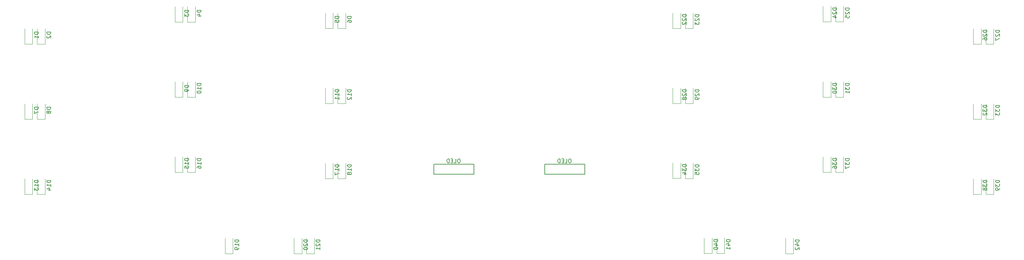
<source format=gbr>
G04 #@! TF.GenerationSoftware,KiCad,Pcbnew,(5.1.4)-1*
G04 #@! TF.CreationDate,2023-05-20T18:36:56-04:00*
G04 #@! TF.ProjectId,Corne Integrated Microchip,436f726e-6520-4496-9e74-656772617465,rev?*
G04 #@! TF.SameCoordinates,Original*
G04 #@! TF.FileFunction,Legend,Bot*
G04 #@! TF.FilePolarity,Positive*
%FSLAX46Y46*%
G04 Gerber Fmt 4.6, Leading zero omitted, Abs format (unit mm)*
G04 Created by KiCad (PCBNEW (5.1.4)-1) date 2023-05-20 18:36:56*
%MOMM*%
%LPD*%
G04 APERTURE LIST*
%ADD10C,0.150000*%
%ADD11C,0.120000*%
G04 APERTURE END LIST*
D10*
X156241750Y-93345000D02*
X156241750Y-90805000D01*
X166401750Y-93345000D02*
X156241750Y-93345000D01*
X166401750Y-90805000D02*
X166401750Y-93345000D01*
X156241750Y-90805000D02*
X166401750Y-90805000D01*
X128111250Y-93345000D02*
X128111250Y-90805000D01*
X138271250Y-93345000D02*
X128111250Y-93345000D01*
X138271250Y-90805000D02*
X138271250Y-93345000D01*
X128111250Y-90805000D02*
X138271250Y-90805000D01*
D11*
X219281250Y-113437500D02*
X219281250Y-109537500D01*
X217281250Y-113437500D02*
X217281250Y-109537500D01*
X219281250Y-113437500D02*
X217281250Y-113437500D01*
X201818750Y-113375000D02*
X201818750Y-109475000D01*
X199818750Y-113375000D02*
X199818750Y-109475000D01*
X201818750Y-113375000D02*
X199818750Y-113375000D01*
X198643750Y-113375000D02*
X198643750Y-109475000D01*
X196643750Y-113375000D02*
X196643750Y-109475000D01*
X198643750Y-113375000D02*
X196643750Y-113375000D01*
X270081250Y-98356250D02*
X270081250Y-94456250D01*
X268081250Y-98356250D02*
X268081250Y-94456250D01*
X270081250Y-98356250D02*
X268081250Y-98356250D01*
X266906250Y-98356250D02*
X266906250Y-94456250D01*
X264906250Y-98356250D02*
X264906250Y-94456250D01*
X266906250Y-98356250D02*
X264906250Y-98356250D01*
X231981250Y-92800000D02*
X231981250Y-88900000D01*
X229981250Y-92800000D02*
X229981250Y-88900000D01*
X231981250Y-92800000D02*
X229981250Y-92800000D01*
X228806250Y-92800000D02*
X228806250Y-88900000D01*
X226806250Y-92800000D02*
X226806250Y-88900000D01*
X228806250Y-92800000D02*
X226806250Y-92800000D01*
X193881250Y-94387500D02*
X193881250Y-90487500D01*
X191881250Y-94387500D02*
X191881250Y-90487500D01*
X193881250Y-94387500D02*
X191881250Y-94387500D01*
X190706250Y-94325000D02*
X190706250Y-90425000D01*
X188706250Y-94325000D02*
X188706250Y-90425000D01*
X190706250Y-94325000D02*
X188706250Y-94325000D01*
X270081250Y-79306250D02*
X270081250Y-75406250D01*
X268081250Y-79306250D02*
X268081250Y-75406250D01*
X270081250Y-79306250D02*
X268081250Y-79306250D01*
X266906250Y-79306250D02*
X266906250Y-75406250D01*
X264906250Y-79306250D02*
X264906250Y-75406250D01*
X266906250Y-79306250D02*
X264906250Y-79306250D01*
X231981250Y-73750000D02*
X231981250Y-69850000D01*
X229981250Y-73750000D02*
X229981250Y-69850000D01*
X231981250Y-73750000D02*
X229981250Y-73750000D01*
X228806250Y-73750000D02*
X228806250Y-69850000D01*
X226806250Y-73750000D02*
X226806250Y-69850000D01*
X228806250Y-73750000D02*
X226806250Y-73750000D01*
X193881250Y-75337500D02*
X193881250Y-71437500D01*
X191881250Y-75337500D02*
X191881250Y-71437500D01*
X193881250Y-75337500D02*
X191881250Y-75337500D01*
X190706250Y-75337500D02*
X190706250Y-71437500D01*
X188706250Y-75337500D02*
X188706250Y-71437500D01*
X190706250Y-75337500D02*
X188706250Y-75337500D01*
X270081250Y-60256250D02*
X270081250Y-56356250D01*
X268081250Y-60256250D02*
X268081250Y-56356250D01*
X270081250Y-60256250D02*
X268081250Y-60256250D01*
X266906250Y-60256250D02*
X266906250Y-56356250D01*
X264906250Y-60256250D02*
X264906250Y-56356250D01*
X266906250Y-60256250D02*
X264906250Y-60256250D01*
X231981250Y-54637500D02*
X231981250Y-50737500D01*
X229981250Y-54637500D02*
X229981250Y-50737500D01*
X231981250Y-54637500D02*
X229981250Y-54637500D01*
X228806250Y-54637500D02*
X228806250Y-50737500D01*
X226806250Y-54637500D02*
X226806250Y-50737500D01*
X228806250Y-54637500D02*
X226806250Y-54637500D01*
X193881250Y-56287500D02*
X193881250Y-52387500D01*
X191881250Y-56287500D02*
X191881250Y-52387500D01*
X193881250Y-56287500D02*
X191881250Y-56287500D01*
X190706250Y-56287500D02*
X190706250Y-52387500D01*
X188706250Y-56287500D02*
X188706250Y-52387500D01*
X190706250Y-56287500D02*
X188706250Y-56287500D01*
X97837500Y-113437500D02*
X97837500Y-109537500D01*
X95837500Y-113437500D02*
X95837500Y-109537500D01*
X97837500Y-113437500D02*
X95837500Y-113437500D01*
X94662500Y-113437500D02*
X94662500Y-109537500D01*
X92662500Y-113437500D02*
X92662500Y-109537500D01*
X94662500Y-113437500D02*
X92662500Y-113437500D01*
X77200000Y-113437500D02*
X77200000Y-109537500D01*
X75200000Y-113437500D02*
X75200000Y-109537500D01*
X77200000Y-113437500D02*
X75200000Y-113437500D01*
X105775000Y-94387500D02*
X105775000Y-90487500D01*
X103775000Y-94387500D02*
X103775000Y-90487500D01*
X105775000Y-94387500D02*
X103775000Y-94387500D01*
X102600000Y-94387500D02*
X102600000Y-90487500D01*
X100600000Y-94387500D02*
X100600000Y-90487500D01*
X102600000Y-94387500D02*
X100600000Y-94387500D01*
X67675000Y-92800000D02*
X67675000Y-88900000D01*
X65675000Y-92800000D02*
X65675000Y-88900000D01*
X67675000Y-92800000D02*
X65675000Y-92800000D01*
X64500000Y-92800000D02*
X64500000Y-88900000D01*
X62500000Y-92800000D02*
X62500000Y-88900000D01*
X64500000Y-92800000D02*
X62500000Y-92800000D01*
X29575000Y-98356250D02*
X29575000Y-94456250D01*
X27575000Y-98356250D02*
X27575000Y-94456250D01*
X29575000Y-98356250D02*
X27575000Y-98356250D01*
X26400000Y-98356250D02*
X26400000Y-94456250D01*
X24400000Y-98356250D02*
X24400000Y-94456250D01*
X26400000Y-98356250D02*
X24400000Y-98356250D01*
X105775000Y-75337500D02*
X105775000Y-71437500D01*
X103775000Y-75337500D02*
X103775000Y-71437500D01*
X105775000Y-75337500D02*
X103775000Y-75337500D01*
X102600000Y-75337500D02*
X102600000Y-71437500D01*
X100600000Y-75337500D02*
X100600000Y-71437500D01*
X102600000Y-75337500D02*
X100600000Y-75337500D01*
X67675000Y-73750000D02*
X67675000Y-69850000D01*
X65675000Y-73750000D02*
X65675000Y-69850000D01*
X67675000Y-73750000D02*
X65675000Y-73750000D01*
X64500000Y-73750000D02*
X64500000Y-69850000D01*
X62500000Y-73750000D02*
X62500000Y-69850000D01*
X64500000Y-73750000D02*
X62500000Y-73750000D01*
X29575000Y-79306250D02*
X29575000Y-75406250D01*
X27575000Y-79306250D02*
X27575000Y-75406250D01*
X29575000Y-79306250D02*
X27575000Y-79306250D01*
X26400000Y-79306250D02*
X26400000Y-75406250D01*
X24400000Y-79306250D02*
X24400000Y-75406250D01*
X26400000Y-79306250D02*
X24400000Y-79306250D01*
X105775000Y-56287500D02*
X105775000Y-52387500D01*
X103775000Y-56287500D02*
X103775000Y-52387500D01*
X105775000Y-56287500D02*
X103775000Y-56287500D01*
X102600000Y-56287500D02*
X102600000Y-52387500D01*
X100600000Y-56287500D02*
X100600000Y-52387500D01*
X102600000Y-56287500D02*
X100600000Y-56287500D01*
X67675000Y-54700000D02*
X67675000Y-50800000D01*
X65675000Y-54700000D02*
X65675000Y-50800000D01*
X67675000Y-54700000D02*
X65675000Y-54700000D01*
X64500000Y-54700000D02*
X64500000Y-50800000D01*
X62500000Y-54700000D02*
X62500000Y-50800000D01*
X64500000Y-54700000D02*
X62500000Y-54700000D01*
X29575000Y-60256250D02*
X29575000Y-56356250D01*
X27575000Y-60256250D02*
X27575000Y-56356250D01*
X29575000Y-60256250D02*
X27575000Y-60256250D01*
X26400000Y-60256250D02*
X26400000Y-56356250D01*
X24400000Y-60256250D02*
X24400000Y-56356250D01*
X26400000Y-60256250D02*
X24400000Y-60256250D01*
D10*
X162714130Y-89427380D02*
X162523654Y-89427380D01*
X162428416Y-89475000D01*
X162333178Y-89570238D01*
X162285559Y-89760714D01*
X162285559Y-90094047D01*
X162333178Y-90284523D01*
X162428416Y-90379761D01*
X162523654Y-90427380D01*
X162714130Y-90427380D01*
X162809369Y-90379761D01*
X162904607Y-90284523D01*
X162952226Y-90094047D01*
X162952226Y-89760714D01*
X162904607Y-89570238D01*
X162809369Y-89475000D01*
X162714130Y-89427380D01*
X161380797Y-90427380D02*
X161856988Y-90427380D01*
X161856988Y-89427380D01*
X161047464Y-89903571D02*
X160714130Y-89903571D01*
X160571273Y-90427380D02*
X161047464Y-90427380D01*
X161047464Y-89427380D01*
X160571273Y-89427380D01*
X160142702Y-90427380D02*
X160142702Y-89427380D01*
X159904607Y-89427380D01*
X159761750Y-89475000D01*
X159666511Y-89570238D01*
X159618892Y-89665476D01*
X159571273Y-89855952D01*
X159571273Y-89998809D01*
X159618892Y-90189285D01*
X159666511Y-90284523D01*
X159761750Y-90379761D01*
X159904607Y-90427380D01*
X160142702Y-90427380D01*
X134583630Y-89427380D02*
X134393154Y-89427380D01*
X134297916Y-89475000D01*
X134202678Y-89570238D01*
X134155059Y-89760714D01*
X134155059Y-90094047D01*
X134202678Y-90284523D01*
X134297916Y-90379761D01*
X134393154Y-90427380D01*
X134583630Y-90427380D01*
X134678869Y-90379761D01*
X134774107Y-90284523D01*
X134821726Y-90094047D01*
X134821726Y-89760714D01*
X134774107Y-89570238D01*
X134678869Y-89475000D01*
X134583630Y-89427380D01*
X133250297Y-90427380D02*
X133726488Y-90427380D01*
X133726488Y-89427380D01*
X132916964Y-89903571D02*
X132583630Y-89903571D01*
X132440773Y-90427380D02*
X132916964Y-90427380D01*
X132916964Y-89427380D01*
X132440773Y-89427380D01*
X132012202Y-90427380D02*
X132012202Y-89427380D01*
X131774107Y-89427380D01*
X131631250Y-89475000D01*
X131536011Y-89570238D01*
X131488392Y-89665476D01*
X131440773Y-89855952D01*
X131440773Y-89998809D01*
X131488392Y-90189285D01*
X131536011Y-90284523D01*
X131631250Y-90379761D01*
X131774107Y-90427380D01*
X132012202Y-90427380D01*
X220733630Y-109973214D02*
X219733630Y-109973214D01*
X219733630Y-110211309D01*
X219781250Y-110354166D01*
X219876488Y-110449404D01*
X219971726Y-110497023D01*
X220162202Y-110544642D01*
X220305059Y-110544642D01*
X220495535Y-110497023D01*
X220590773Y-110449404D01*
X220686011Y-110354166D01*
X220733630Y-110211309D01*
X220733630Y-109973214D01*
X220066964Y-111401785D02*
X220733630Y-111401785D01*
X219686011Y-111163690D02*
X220400297Y-110925595D01*
X220400297Y-111544642D01*
X219828869Y-111877976D02*
X219781250Y-111925595D01*
X219733630Y-112020833D01*
X219733630Y-112258928D01*
X219781250Y-112354166D01*
X219828869Y-112401785D01*
X219924107Y-112449404D01*
X220019345Y-112449404D01*
X220162202Y-112401785D01*
X220733630Y-111830357D01*
X220733630Y-112449404D01*
X203271130Y-109910714D02*
X202271130Y-109910714D01*
X202271130Y-110148809D01*
X202318750Y-110291666D01*
X202413988Y-110386904D01*
X202509226Y-110434523D01*
X202699702Y-110482142D01*
X202842559Y-110482142D01*
X203033035Y-110434523D01*
X203128273Y-110386904D01*
X203223511Y-110291666D01*
X203271130Y-110148809D01*
X203271130Y-109910714D01*
X202604464Y-111339285D02*
X203271130Y-111339285D01*
X202223511Y-111101190D02*
X202937797Y-110863095D01*
X202937797Y-111482142D01*
X203271130Y-112386904D02*
X203271130Y-111815476D01*
X203271130Y-112101190D02*
X202271130Y-112101190D01*
X202413988Y-112005952D01*
X202509226Y-111910714D01*
X202556845Y-111815476D01*
X200096130Y-109910714D02*
X199096130Y-109910714D01*
X199096130Y-110148809D01*
X199143750Y-110291666D01*
X199238988Y-110386904D01*
X199334226Y-110434523D01*
X199524702Y-110482142D01*
X199667559Y-110482142D01*
X199858035Y-110434523D01*
X199953273Y-110386904D01*
X200048511Y-110291666D01*
X200096130Y-110148809D01*
X200096130Y-109910714D01*
X199429464Y-111339285D02*
X200096130Y-111339285D01*
X199048511Y-111101190D02*
X199762797Y-110863095D01*
X199762797Y-111482142D01*
X199096130Y-112053571D02*
X199096130Y-112148809D01*
X199143750Y-112244047D01*
X199191369Y-112291666D01*
X199286607Y-112339285D01*
X199477083Y-112386904D01*
X199715178Y-112386904D01*
X199905654Y-112339285D01*
X200000892Y-112291666D01*
X200048511Y-112244047D01*
X200096130Y-112148809D01*
X200096130Y-112053571D01*
X200048511Y-111958333D01*
X200000892Y-111910714D01*
X199905654Y-111863095D01*
X199715178Y-111815476D01*
X199477083Y-111815476D01*
X199286607Y-111863095D01*
X199191369Y-111910714D01*
X199143750Y-111958333D01*
X199096130Y-112053571D01*
X271533630Y-94891964D02*
X270533630Y-94891964D01*
X270533630Y-95130059D01*
X270581250Y-95272916D01*
X270676488Y-95368154D01*
X270771726Y-95415773D01*
X270962202Y-95463392D01*
X271105059Y-95463392D01*
X271295535Y-95415773D01*
X271390773Y-95368154D01*
X271486011Y-95272916D01*
X271533630Y-95130059D01*
X271533630Y-94891964D01*
X270533630Y-95796726D02*
X270533630Y-96415773D01*
X270914583Y-96082440D01*
X270914583Y-96225297D01*
X270962202Y-96320535D01*
X271009821Y-96368154D01*
X271105059Y-96415773D01*
X271343154Y-96415773D01*
X271438392Y-96368154D01*
X271486011Y-96320535D01*
X271533630Y-96225297D01*
X271533630Y-95939583D01*
X271486011Y-95844345D01*
X271438392Y-95796726D01*
X271533630Y-96891964D02*
X271533630Y-97082440D01*
X271486011Y-97177678D01*
X271438392Y-97225297D01*
X271295535Y-97320535D01*
X271105059Y-97368154D01*
X270724107Y-97368154D01*
X270628869Y-97320535D01*
X270581250Y-97272916D01*
X270533630Y-97177678D01*
X270533630Y-96987202D01*
X270581250Y-96891964D01*
X270628869Y-96844345D01*
X270724107Y-96796726D01*
X270962202Y-96796726D01*
X271057440Y-96844345D01*
X271105059Y-96891964D01*
X271152678Y-96987202D01*
X271152678Y-97177678D01*
X271105059Y-97272916D01*
X271057440Y-97320535D01*
X270962202Y-97368154D01*
X268358630Y-94891964D02*
X267358630Y-94891964D01*
X267358630Y-95130059D01*
X267406250Y-95272916D01*
X267501488Y-95368154D01*
X267596726Y-95415773D01*
X267787202Y-95463392D01*
X267930059Y-95463392D01*
X268120535Y-95415773D01*
X268215773Y-95368154D01*
X268311011Y-95272916D01*
X268358630Y-95130059D01*
X268358630Y-94891964D01*
X267358630Y-95796726D02*
X267358630Y-96415773D01*
X267739583Y-96082440D01*
X267739583Y-96225297D01*
X267787202Y-96320535D01*
X267834821Y-96368154D01*
X267930059Y-96415773D01*
X268168154Y-96415773D01*
X268263392Y-96368154D01*
X268311011Y-96320535D01*
X268358630Y-96225297D01*
X268358630Y-95939583D01*
X268311011Y-95844345D01*
X268263392Y-95796726D01*
X267787202Y-96987202D02*
X267739583Y-96891964D01*
X267691964Y-96844345D01*
X267596726Y-96796726D01*
X267549107Y-96796726D01*
X267453869Y-96844345D01*
X267406250Y-96891964D01*
X267358630Y-96987202D01*
X267358630Y-97177678D01*
X267406250Y-97272916D01*
X267453869Y-97320535D01*
X267549107Y-97368154D01*
X267596726Y-97368154D01*
X267691964Y-97320535D01*
X267739583Y-97272916D01*
X267787202Y-97177678D01*
X267787202Y-96987202D01*
X267834821Y-96891964D01*
X267882440Y-96844345D01*
X267977678Y-96796726D01*
X268168154Y-96796726D01*
X268263392Y-96844345D01*
X268311011Y-96891964D01*
X268358630Y-96987202D01*
X268358630Y-97177678D01*
X268311011Y-97272916D01*
X268263392Y-97320535D01*
X268168154Y-97368154D01*
X267977678Y-97368154D01*
X267882440Y-97320535D01*
X267834821Y-97272916D01*
X267787202Y-97177678D01*
X233433630Y-89335714D02*
X232433630Y-89335714D01*
X232433630Y-89573809D01*
X232481250Y-89716666D01*
X232576488Y-89811904D01*
X232671726Y-89859523D01*
X232862202Y-89907142D01*
X233005059Y-89907142D01*
X233195535Y-89859523D01*
X233290773Y-89811904D01*
X233386011Y-89716666D01*
X233433630Y-89573809D01*
X233433630Y-89335714D01*
X232433630Y-90240476D02*
X232433630Y-90859523D01*
X232814583Y-90526190D01*
X232814583Y-90669047D01*
X232862202Y-90764285D01*
X232909821Y-90811904D01*
X233005059Y-90859523D01*
X233243154Y-90859523D01*
X233338392Y-90811904D01*
X233386011Y-90764285D01*
X233433630Y-90669047D01*
X233433630Y-90383333D01*
X233386011Y-90288095D01*
X233338392Y-90240476D01*
X232433630Y-91192857D02*
X232433630Y-91859523D01*
X233433630Y-91430952D01*
X230258630Y-89335714D02*
X229258630Y-89335714D01*
X229258630Y-89573809D01*
X229306250Y-89716666D01*
X229401488Y-89811904D01*
X229496726Y-89859523D01*
X229687202Y-89907142D01*
X229830059Y-89907142D01*
X230020535Y-89859523D01*
X230115773Y-89811904D01*
X230211011Y-89716666D01*
X230258630Y-89573809D01*
X230258630Y-89335714D01*
X229258630Y-90240476D02*
X229258630Y-90859523D01*
X229639583Y-90526190D01*
X229639583Y-90669047D01*
X229687202Y-90764285D01*
X229734821Y-90811904D01*
X229830059Y-90859523D01*
X230068154Y-90859523D01*
X230163392Y-90811904D01*
X230211011Y-90764285D01*
X230258630Y-90669047D01*
X230258630Y-90383333D01*
X230211011Y-90288095D01*
X230163392Y-90240476D01*
X229258630Y-91716666D02*
X229258630Y-91526190D01*
X229306250Y-91430952D01*
X229353869Y-91383333D01*
X229496726Y-91288095D01*
X229687202Y-91240476D01*
X230068154Y-91240476D01*
X230163392Y-91288095D01*
X230211011Y-91335714D01*
X230258630Y-91430952D01*
X230258630Y-91621428D01*
X230211011Y-91716666D01*
X230163392Y-91764285D01*
X230068154Y-91811904D01*
X229830059Y-91811904D01*
X229734821Y-91764285D01*
X229687202Y-91716666D01*
X229639583Y-91621428D01*
X229639583Y-91430952D01*
X229687202Y-91335714D01*
X229734821Y-91288095D01*
X229830059Y-91240476D01*
X195333630Y-90923214D02*
X194333630Y-90923214D01*
X194333630Y-91161309D01*
X194381250Y-91304166D01*
X194476488Y-91399404D01*
X194571726Y-91447023D01*
X194762202Y-91494642D01*
X194905059Y-91494642D01*
X195095535Y-91447023D01*
X195190773Y-91399404D01*
X195286011Y-91304166D01*
X195333630Y-91161309D01*
X195333630Y-90923214D01*
X194333630Y-91827976D02*
X194333630Y-92447023D01*
X194714583Y-92113690D01*
X194714583Y-92256547D01*
X194762202Y-92351785D01*
X194809821Y-92399404D01*
X194905059Y-92447023D01*
X195143154Y-92447023D01*
X195238392Y-92399404D01*
X195286011Y-92351785D01*
X195333630Y-92256547D01*
X195333630Y-91970833D01*
X195286011Y-91875595D01*
X195238392Y-91827976D01*
X194333630Y-93351785D02*
X194333630Y-92875595D01*
X194809821Y-92827976D01*
X194762202Y-92875595D01*
X194714583Y-92970833D01*
X194714583Y-93208928D01*
X194762202Y-93304166D01*
X194809821Y-93351785D01*
X194905059Y-93399404D01*
X195143154Y-93399404D01*
X195238392Y-93351785D01*
X195286011Y-93304166D01*
X195333630Y-93208928D01*
X195333630Y-92970833D01*
X195286011Y-92875595D01*
X195238392Y-92827976D01*
X192158630Y-90860714D02*
X191158630Y-90860714D01*
X191158630Y-91098809D01*
X191206250Y-91241666D01*
X191301488Y-91336904D01*
X191396726Y-91384523D01*
X191587202Y-91432142D01*
X191730059Y-91432142D01*
X191920535Y-91384523D01*
X192015773Y-91336904D01*
X192111011Y-91241666D01*
X192158630Y-91098809D01*
X192158630Y-90860714D01*
X191158630Y-91765476D02*
X191158630Y-92384523D01*
X191539583Y-92051190D01*
X191539583Y-92194047D01*
X191587202Y-92289285D01*
X191634821Y-92336904D01*
X191730059Y-92384523D01*
X191968154Y-92384523D01*
X192063392Y-92336904D01*
X192111011Y-92289285D01*
X192158630Y-92194047D01*
X192158630Y-91908333D01*
X192111011Y-91813095D01*
X192063392Y-91765476D01*
X191491964Y-93241666D02*
X192158630Y-93241666D01*
X191111011Y-93003571D02*
X191825297Y-92765476D01*
X191825297Y-93384523D01*
X271533630Y-75841964D02*
X270533630Y-75841964D01*
X270533630Y-76080059D01*
X270581250Y-76222916D01*
X270676488Y-76318154D01*
X270771726Y-76365773D01*
X270962202Y-76413392D01*
X271105059Y-76413392D01*
X271295535Y-76365773D01*
X271390773Y-76318154D01*
X271486011Y-76222916D01*
X271533630Y-76080059D01*
X271533630Y-75841964D01*
X270533630Y-76746726D02*
X270533630Y-77365773D01*
X270914583Y-77032440D01*
X270914583Y-77175297D01*
X270962202Y-77270535D01*
X271009821Y-77318154D01*
X271105059Y-77365773D01*
X271343154Y-77365773D01*
X271438392Y-77318154D01*
X271486011Y-77270535D01*
X271533630Y-77175297D01*
X271533630Y-76889583D01*
X271486011Y-76794345D01*
X271438392Y-76746726D01*
X270533630Y-77699107D02*
X270533630Y-78318154D01*
X270914583Y-77984821D01*
X270914583Y-78127678D01*
X270962202Y-78222916D01*
X271009821Y-78270535D01*
X271105059Y-78318154D01*
X271343154Y-78318154D01*
X271438392Y-78270535D01*
X271486011Y-78222916D01*
X271533630Y-78127678D01*
X271533630Y-77841964D01*
X271486011Y-77746726D01*
X271438392Y-77699107D01*
X268358630Y-75841964D02*
X267358630Y-75841964D01*
X267358630Y-76080059D01*
X267406250Y-76222916D01*
X267501488Y-76318154D01*
X267596726Y-76365773D01*
X267787202Y-76413392D01*
X267930059Y-76413392D01*
X268120535Y-76365773D01*
X268215773Y-76318154D01*
X268311011Y-76222916D01*
X268358630Y-76080059D01*
X268358630Y-75841964D01*
X267358630Y-76746726D02*
X267358630Y-77365773D01*
X267739583Y-77032440D01*
X267739583Y-77175297D01*
X267787202Y-77270535D01*
X267834821Y-77318154D01*
X267930059Y-77365773D01*
X268168154Y-77365773D01*
X268263392Y-77318154D01*
X268311011Y-77270535D01*
X268358630Y-77175297D01*
X268358630Y-76889583D01*
X268311011Y-76794345D01*
X268263392Y-76746726D01*
X267453869Y-77746726D02*
X267406250Y-77794345D01*
X267358630Y-77889583D01*
X267358630Y-78127678D01*
X267406250Y-78222916D01*
X267453869Y-78270535D01*
X267549107Y-78318154D01*
X267644345Y-78318154D01*
X267787202Y-78270535D01*
X268358630Y-77699107D01*
X268358630Y-78318154D01*
X233433630Y-70285714D02*
X232433630Y-70285714D01*
X232433630Y-70523809D01*
X232481250Y-70666666D01*
X232576488Y-70761904D01*
X232671726Y-70809523D01*
X232862202Y-70857142D01*
X233005059Y-70857142D01*
X233195535Y-70809523D01*
X233290773Y-70761904D01*
X233386011Y-70666666D01*
X233433630Y-70523809D01*
X233433630Y-70285714D01*
X232433630Y-71190476D02*
X232433630Y-71809523D01*
X232814583Y-71476190D01*
X232814583Y-71619047D01*
X232862202Y-71714285D01*
X232909821Y-71761904D01*
X233005059Y-71809523D01*
X233243154Y-71809523D01*
X233338392Y-71761904D01*
X233386011Y-71714285D01*
X233433630Y-71619047D01*
X233433630Y-71333333D01*
X233386011Y-71238095D01*
X233338392Y-71190476D01*
X233433630Y-72761904D02*
X233433630Y-72190476D01*
X233433630Y-72476190D02*
X232433630Y-72476190D01*
X232576488Y-72380952D01*
X232671726Y-72285714D01*
X232719345Y-72190476D01*
X230258630Y-70285714D02*
X229258630Y-70285714D01*
X229258630Y-70523809D01*
X229306250Y-70666666D01*
X229401488Y-70761904D01*
X229496726Y-70809523D01*
X229687202Y-70857142D01*
X229830059Y-70857142D01*
X230020535Y-70809523D01*
X230115773Y-70761904D01*
X230211011Y-70666666D01*
X230258630Y-70523809D01*
X230258630Y-70285714D01*
X229258630Y-71190476D02*
X229258630Y-71809523D01*
X229639583Y-71476190D01*
X229639583Y-71619047D01*
X229687202Y-71714285D01*
X229734821Y-71761904D01*
X229830059Y-71809523D01*
X230068154Y-71809523D01*
X230163392Y-71761904D01*
X230211011Y-71714285D01*
X230258630Y-71619047D01*
X230258630Y-71333333D01*
X230211011Y-71238095D01*
X230163392Y-71190476D01*
X229258630Y-72428571D02*
X229258630Y-72523809D01*
X229306250Y-72619047D01*
X229353869Y-72666666D01*
X229449107Y-72714285D01*
X229639583Y-72761904D01*
X229877678Y-72761904D01*
X230068154Y-72714285D01*
X230163392Y-72666666D01*
X230211011Y-72619047D01*
X230258630Y-72523809D01*
X230258630Y-72428571D01*
X230211011Y-72333333D01*
X230163392Y-72285714D01*
X230068154Y-72238095D01*
X229877678Y-72190476D01*
X229639583Y-72190476D01*
X229449107Y-72238095D01*
X229353869Y-72285714D01*
X229306250Y-72333333D01*
X229258630Y-72428571D01*
X195333630Y-71873214D02*
X194333630Y-71873214D01*
X194333630Y-72111309D01*
X194381250Y-72254166D01*
X194476488Y-72349404D01*
X194571726Y-72397023D01*
X194762202Y-72444642D01*
X194905059Y-72444642D01*
X195095535Y-72397023D01*
X195190773Y-72349404D01*
X195286011Y-72254166D01*
X195333630Y-72111309D01*
X195333630Y-71873214D01*
X194428869Y-72825595D02*
X194381250Y-72873214D01*
X194333630Y-72968452D01*
X194333630Y-73206547D01*
X194381250Y-73301785D01*
X194428869Y-73349404D01*
X194524107Y-73397023D01*
X194619345Y-73397023D01*
X194762202Y-73349404D01*
X195333630Y-72777976D01*
X195333630Y-73397023D01*
X195333630Y-73873214D02*
X195333630Y-74063690D01*
X195286011Y-74158928D01*
X195238392Y-74206547D01*
X195095535Y-74301785D01*
X194905059Y-74349404D01*
X194524107Y-74349404D01*
X194428869Y-74301785D01*
X194381250Y-74254166D01*
X194333630Y-74158928D01*
X194333630Y-73968452D01*
X194381250Y-73873214D01*
X194428869Y-73825595D01*
X194524107Y-73777976D01*
X194762202Y-73777976D01*
X194857440Y-73825595D01*
X194905059Y-73873214D01*
X194952678Y-73968452D01*
X194952678Y-74158928D01*
X194905059Y-74254166D01*
X194857440Y-74301785D01*
X194762202Y-74349404D01*
X192158630Y-71873214D02*
X191158630Y-71873214D01*
X191158630Y-72111309D01*
X191206250Y-72254166D01*
X191301488Y-72349404D01*
X191396726Y-72397023D01*
X191587202Y-72444642D01*
X191730059Y-72444642D01*
X191920535Y-72397023D01*
X192015773Y-72349404D01*
X192111011Y-72254166D01*
X192158630Y-72111309D01*
X192158630Y-71873214D01*
X191253869Y-72825595D02*
X191206250Y-72873214D01*
X191158630Y-72968452D01*
X191158630Y-73206547D01*
X191206250Y-73301785D01*
X191253869Y-73349404D01*
X191349107Y-73397023D01*
X191444345Y-73397023D01*
X191587202Y-73349404D01*
X192158630Y-72777976D01*
X192158630Y-73397023D01*
X191587202Y-73968452D02*
X191539583Y-73873214D01*
X191491964Y-73825595D01*
X191396726Y-73777976D01*
X191349107Y-73777976D01*
X191253869Y-73825595D01*
X191206250Y-73873214D01*
X191158630Y-73968452D01*
X191158630Y-74158928D01*
X191206250Y-74254166D01*
X191253869Y-74301785D01*
X191349107Y-74349404D01*
X191396726Y-74349404D01*
X191491964Y-74301785D01*
X191539583Y-74254166D01*
X191587202Y-74158928D01*
X191587202Y-73968452D01*
X191634821Y-73873214D01*
X191682440Y-73825595D01*
X191777678Y-73777976D01*
X191968154Y-73777976D01*
X192063392Y-73825595D01*
X192111011Y-73873214D01*
X192158630Y-73968452D01*
X192158630Y-74158928D01*
X192111011Y-74254166D01*
X192063392Y-74301785D01*
X191968154Y-74349404D01*
X191777678Y-74349404D01*
X191682440Y-74301785D01*
X191634821Y-74254166D01*
X191587202Y-74158928D01*
X271533630Y-56791964D02*
X270533630Y-56791964D01*
X270533630Y-57030059D01*
X270581250Y-57172916D01*
X270676488Y-57268154D01*
X270771726Y-57315773D01*
X270962202Y-57363392D01*
X271105059Y-57363392D01*
X271295535Y-57315773D01*
X271390773Y-57268154D01*
X271486011Y-57172916D01*
X271533630Y-57030059D01*
X271533630Y-56791964D01*
X270628869Y-57744345D02*
X270581250Y-57791964D01*
X270533630Y-57887202D01*
X270533630Y-58125297D01*
X270581250Y-58220535D01*
X270628869Y-58268154D01*
X270724107Y-58315773D01*
X270819345Y-58315773D01*
X270962202Y-58268154D01*
X271533630Y-57696726D01*
X271533630Y-58315773D01*
X270533630Y-58649107D02*
X270533630Y-59315773D01*
X271533630Y-58887202D01*
X268358630Y-56791964D02*
X267358630Y-56791964D01*
X267358630Y-57030059D01*
X267406250Y-57172916D01*
X267501488Y-57268154D01*
X267596726Y-57315773D01*
X267787202Y-57363392D01*
X267930059Y-57363392D01*
X268120535Y-57315773D01*
X268215773Y-57268154D01*
X268311011Y-57172916D01*
X268358630Y-57030059D01*
X268358630Y-56791964D01*
X267453869Y-57744345D02*
X267406250Y-57791964D01*
X267358630Y-57887202D01*
X267358630Y-58125297D01*
X267406250Y-58220535D01*
X267453869Y-58268154D01*
X267549107Y-58315773D01*
X267644345Y-58315773D01*
X267787202Y-58268154D01*
X268358630Y-57696726D01*
X268358630Y-58315773D01*
X267358630Y-59172916D02*
X267358630Y-58982440D01*
X267406250Y-58887202D01*
X267453869Y-58839583D01*
X267596726Y-58744345D01*
X267787202Y-58696726D01*
X268168154Y-58696726D01*
X268263392Y-58744345D01*
X268311011Y-58791964D01*
X268358630Y-58887202D01*
X268358630Y-59077678D01*
X268311011Y-59172916D01*
X268263392Y-59220535D01*
X268168154Y-59268154D01*
X267930059Y-59268154D01*
X267834821Y-59220535D01*
X267787202Y-59172916D01*
X267739583Y-59077678D01*
X267739583Y-58887202D01*
X267787202Y-58791964D01*
X267834821Y-58744345D01*
X267930059Y-58696726D01*
X233433630Y-51173214D02*
X232433630Y-51173214D01*
X232433630Y-51411309D01*
X232481250Y-51554166D01*
X232576488Y-51649404D01*
X232671726Y-51697023D01*
X232862202Y-51744642D01*
X233005059Y-51744642D01*
X233195535Y-51697023D01*
X233290773Y-51649404D01*
X233386011Y-51554166D01*
X233433630Y-51411309D01*
X233433630Y-51173214D01*
X232528869Y-52125595D02*
X232481250Y-52173214D01*
X232433630Y-52268452D01*
X232433630Y-52506547D01*
X232481250Y-52601785D01*
X232528869Y-52649404D01*
X232624107Y-52697023D01*
X232719345Y-52697023D01*
X232862202Y-52649404D01*
X233433630Y-52077976D01*
X233433630Y-52697023D01*
X232433630Y-53601785D02*
X232433630Y-53125595D01*
X232909821Y-53077976D01*
X232862202Y-53125595D01*
X232814583Y-53220833D01*
X232814583Y-53458928D01*
X232862202Y-53554166D01*
X232909821Y-53601785D01*
X233005059Y-53649404D01*
X233243154Y-53649404D01*
X233338392Y-53601785D01*
X233386011Y-53554166D01*
X233433630Y-53458928D01*
X233433630Y-53220833D01*
X233386011Y-53125595D01*
X233338392Y-53077976D01*
X230258630Y-51173214D02*
X229258630Y-51173214D01*
X229258630Y-51411309D01*
X229306250Y-51554166D01*
X229401488Y-51649404D01*
X229496726Y-51697023D01*
X229687202Y-51744642D01*
X229830059Y-51744642D01*
X230020535Y-51697023D01*
X230115773Y-51649404D01*
X230211011Y-51554166D01*
X230258630Y-51411309D01*
X230258630Y-51173214D01*
X229353869Y-52125595D02*
X229306250Y-52173214D01*
X229258630Y-52268452D01*
X229258630Y-52506547D01*
X229306250Y-52601785D01*
X229353869Y-52649404D01*
X229449107Y-52697023D01*
X229544345Y-52697023D01*
X229687202Y-52649404D01*
X230258630Y-52077976D01*
X230258630Y-52697023D01*
X229591964Y-53554166D02*
X230258630Y-53554166D01*
X229211011Y-53316071D02*
X229925297Y-53077976D01*
X229925297Y-53697023D01*
X195333630Y-52823214D02*
X194333630Y-52823214D01*
X194333630Y-53061309D01*
X194381250Y-53204166D01*
X194476488Y-53299404D01*
X194571726Y-53347023D01*
X194762202Y-53394642D01*
X194905059Y-53394642D01*
X195095535Y-53347023D01*
X195190773Y-53299404D01*
X195286011Y-53204166D01*
X195333630Y-53061309D01*
X195333630Y-52823214D01*
X194428869Y-53775595D02*
X194381250Y-53823214D01*
X194333630Y-53918452D01*
X194333630Y-54156547D01*
X194381250Y-54251785D01*
X194428869Y-54299404D01*
X194524107Y-54347023D01*
X194619345Y-54347023D01*
X194762202Y-54299404D01*
X195333630Y-53727976D01*
X195333630Y-54347023D01*
X194333630Y-54680357D02*
X194333630Y-55299404D01*
X194714583Y-54966071D01*
X194714583Y-55108928D01*
X194762202Y-55204166D01*
X194809821Y-55251785D01*
X194905059Y-55299404D01*
X195143154Y-55299404D01*
X195238392Y-55251785D01*
X195286011Y-55204166D01*
X195333630Y-55108928D01*
X195333630Y-54823214D01*
X195286011Y-54727976D01*
X195238392Y-54680357D01*
X192158630Y-52823214D02*
X191158630Y-52823214D01*
X191158630Y-53061309D01*
X191206250Y-53204166D01*
X191301488Y-53299404D01*
X191396726Y-53347023D01*
X191587202Y-53394642D01*
X191730059Y-53394642D01*
X191920535Y-53347023D01*
X192015773Y-53299404D01*
X192111011Y-53204166D01*
X192158630Y-53061309D01*
X192158630Y-52823214D01*
X191253869Y-53775595D02*
X191206250Y-53823214D01*
X191158630Y-53918452D01*
X191158630Y-54156547D01*
X191206250Y-54251785D01*
X191253869Y-54299404D01*
X191349107Y-54347023D01*
X191444345Y-54347023D01*
X191587202Y-54299404D01*
X192158630Y-53727976D01*
X192158630Y-54347023D01*
X191253869Y-54727976D02*
X191206250Y-54775595D01*
X191158630Y-54870833D01*
X191158630Y-55108928D01*
X191206250Y-55204166D01*
X191253869Y-55251785D01*
X191349107Y-55299404D01*
X191444345Y-55299404D01*
X191587202Y-55251785D01*
X192158630Y-54680357D01*
X192158630Y-55299404D01*
X99289880Y-109973214D02*
X98289880Y-109973214D01*
X98289880Y-110211309D01*
X98337500Y-110354166D01*
X98432738Y-110449404D01*
X98527976Y-110497023D01*
X98718452Y-110544642D01*
X98861309Y-110544642D01*
X99051785Y-110497023D01*
X99147023Y-110449404D01*
X99242261Y-110354166D01*
X99289880Y-110211309D01*
X99289880Y-109973214D01*
X98385119Y-110925595D02*
X98337500Y-110973214D01*
X98289880Y-111068452D01*
X98289880Y-111306547D01*
X98337500Y-111401785D01*
X98385119Y-111449404D01*
X98480357Y-111497023D01*
X98575595Y-111497023D01*
X98718452Y-111449404D01*
X99289880Y-110877976D01*
X99289880Y-111497023D01*
X99289880Y-112449404D02*
X99289880Y-111877976D01*
X99289880Y-112163690D02*
X98289880Y-112163690D01*
X98432738Y-112068452D01*
X98527976Y-111973214D01*
X98575595Y-111877976D01*
X96114880Y-109973214D02*
X95114880Y-109973214D01*
X95114880Y-110211309D01*
X95162500Y-110354166D01*
X95257738Y-110449404D01*
X95352976Y-110497023D01*
X95543452Y-110544642D01*
X95686309Y-110544642D01*
X95876785Y-110497023D01*
X95972023Y-110449404D01*
X96067261Y-110354166D01*
X96114880Y-110211309D01*
X96114880Y-109973214D01*
X95210119Y-110925595D02*
X95162500Y-110973214D01*
X95114880Y-111068452D01*
X95114880Y-111306547D01*
X95162500Y-111401785D01*
X95210119Y-111449404D01*
X95305357Y-111497023D01*
X95400595Y-111497023D01*
X95543452Y-111449404D01*
X96114880Y-110877976D01*
X96114880Y-111497023D01*
X95114880Y-112116071D02*
X95114880Y-112211309D01*
X95162500Y-112306547D01*
X95210119Y-112354166D01*
X95305357Y-112401785D01*
X95495833Y-112449404D01*
X95733928Y-112449404D01*
X95924404Y-112401785D01*
X96019642Y-112354166D01*
X96067261Y-112306547D01*
X96114880Y-112211309D01*
X96114880Y-112116071D01*
X96067261Y-112020833D01*
X96019642Y-111973214D01*
X95924404Y-111925595D01*
X95733928Y-111877976D01*
X95495833Y-111877976D01*
X95305357Y-111925595D01*
X95210119Y-111973214D01*
X95162500Y-112020833D01*
X95114880Y-112116071D01*
X78652380Y-109973214D02*
X77652380Y-109973214D01*
X77652380Y-110211309D01*
X77700000Y-110354166D01*
X77795238Y-110449404D01*
X77890476Y-110497023D01*
X78080952Y-110544642D01*
X78223809Y-110544642D01*
X78414285Y-110497023D01*
X78509523Y-110449404D01*
X78604761Y-110354166D01*
X78652380Y-110211309D01*
X78652380Y-109973214D01*
X78652380Y-111497023D02*
X78652380Y-110925595D01*
X78652380Y-111211309D02*
X77652380Y-111211309D01*
X77795238Y-111116071D01*
X77890476Y-111020833D01*
X77938095Y-110925595D01*
X78652380Y-111973214D02*
X78652380Y-112163690D01*
X78604761Y-112258928D01*
X78557142Y-112306547D01*
X78414285Y-112401785D01*
X78223809Y-112449404D01*
X77842857Y-112449404D01*
X77747619Y-112401785D01*
X77700000Y-112354166D01*
X77652380Y-112258928D01*
X77652380Y-112068452D01*
X77700000Y-111973214D01*
X77747619Y-111925595D01*
X77842857Y-111877976D01*
X78080952Y-111877976D01*
X78176190Y-111925595D01*
X78223809Y-111973214D01*
X78271428Y-112068452D01*
X78271428Y-112258928D01*
X78223809Y-112354166D01*
X78176190Y-112401785D01*
X78080952Y-112449404D01*
X107227380Y-90923214D02*
X106227380Y-90923214D01*
X106227380Y-91161309D01*
X106275000Y-91304166D01*
X106370238Y-91399404D01*
X106465476Y-91447023D01*
X106655952Y-91494642D01*
X106798809Y-91494642D01*
X106989285Y-91447023D01*
X107084523Y-91399404D01*
X107179761Y-91304166D01*
X107227380Y-91161309D01*
X107227380Y-90923214D01*
X107227380Y-92447023D02*
X107227380Y-91875595D01*
X107227380Y-92161309D02*
X106227380Y-92161309D01*
X106370238Y-92066071D01*
X106465476Y-91970833D01*
X106513095Y-91875595D01*
X106655952Y-93018452D02*
X106608333Y-92923214D01*
X106560714Y-92875595D01*
X106465476Y-92827976D01*
X106417857Y-92827976D01*
X106322619Y-92875595D01*
X106275000Y-92923214D01*
X106227380Y-93018452D01*
X106227380Y-93208928D01*
X106275000Y-93304166D01*
X106322619Y-93351785D01*
X106417857Y-93399404D01*
X106465476Y-93399404D01*
X106560714Y-93351785D01*
X106608333Y-93304166D01*
X106655952Y-93208928D01*
X106655952Y-93018452D01*
X106703571Y-92923214D01*
X106751190Y-92875595D01*
X106846428Y-92827976D01*
X107036904Y-92827976D01*
X107132142Y-92875595D01*
X107179761Y-92923214D01*
X107227380Y-93018452D01*
X107227380Y-93208928D01*
X107179761Y-93304166D01*
X107132142Y-93351785D01*
X107036904Y-93399404D01*
X106846428Y-93399404D01*
X106751190Y-93351785D01*
X106703571Y-93304166D01*
X106655952Y-93208928D01*
X104052380Y-90923214D02*
X103052380Y-90923214D01*
X103052380Y-91161309D01*
X103100000Y-91304166D01*
X103195238Y-91399404D01*
X103290476Y-91447023D01*
X103480952Y-91494642D01*
X103623809Y-91494642D01*
X103814285Y-91447023D01*
X103909523Y-91399404D01*
X104004761Y-91304166D01*
X104052380Y-91161309D01*
X104052380Y-90923214D01*
X104052380Y-92447023D02*
X104052380Y-91875595D01*
X104052380Y-92161309D02*
X103052380Y-92161309D01*
X103195238Y-92066071D01*
X103290476Y-91970833D01*
X103338095Y-91875595D01*
X103052380Y-92780357D02*
X103052380Y-93447023D01*
X104052380Y-93018452D01*
X69127380Y-89335714D02*
X68127380Y-89335714D01*
X68127380Y-89573809D01*
X68175000Y-89716666D01*
X68270238Y-89811904D01*
X68365476Y-89859523D01*
X68555952Y-89907142D01*
X68698809Y-89907142D01*
X68889285Y-89859523D01*
X68984523Y-89811904D01*
X69079761Y-89716666D01*
X69127380Y-89573809D01*
X69127380Y-89335714D01*
X69127380Y-90859523D02*
X69127380Y-90288095D01*
X69127380Y-90573809D02*
X68127380Y-90573809D01*
X68270238Y-90478571D01*
X68365476Y-90383333D01*
X68413095Y-90288095D01*
X68127380Y-91716666D02*
X68127380Y-91526190D01*
X68175000Y-91430952D01*
X68222619Y-91383333D01*
X68365476Y-91288095D01*
X68555952Y-91240476D01*
X68936904Y-91240476D01*
X69032142Y-91288095D01*
X69079761Y-91335714D01*
X69127380Y-91430952D01*
X69127380Y-91621428D01*
X69079761Y-91716666D01*
X69032142Y-91764285D01*
X68936904Y-91811904D01*
X68698809Y-91811904D01*
X68603571Y-91764285D01*
X68555952Y-91716666D01*
X68508333Y-91621428D01*
X68508333Y-91430952D01*
X68555952Y-91335714D01*
X68603571Y-91288095D01*
X68698809Y-91240476D01*
X65952380Y-89335714D02*
X64952380Y-89335714D01*
X64952380Y-89573809D01*
X65000000Y-89716666D01*
X65095238Y-89811904D01*
X65190476Y-89859523D01*
X65380952Y-89907142D01*
X65523809Y-89907142D01*
X65714285Y-89859523D01*
X65809523Y-89811904D01*
X65904761Y-89716666D01*
X65952380Y-89573809D01*
X65952380Y-89335714D01*
X65952380Y-90859523D02*
X65952380Y-90288095D01*
X65952380Y-90573809D02*
X64952380Y-90573809D01*
X65095238Y-90478571D01*
X65190476Y-90383333D01*
X65238095Y-90288095D01*
X64952380Y-91764285D02*
X64952380Y-91288095D01*
X65428571Y-91240476D01*
X65380952Y-91288095D01*
X65333333Y-91383333D01*
X65333333Y-91621428D01*
X65380952Y-91716666D01*
X65428571Y-91764285D01*
X65523809Y-91811904D01*
X65761904Y-91811904D01*
X65857142Y-91764285D01*
X65904761Y-91716666D01*
X65952380Y-91621428D01*
X65952380Y-91383333D01*
X65904761Y-91288095D01*
X65857142Y-91240476D01*
X31027380Y-94891964D02*
X30027380Y-94891964D01*
X30027380Y-95130059D01*
X30075000Y-95272916D01*
X30170238Y-95368154D01*
X30265476Y-95415773D01*
X30455952Y-95463392D01*
X30598809Y-95463392D01*
X30789285Y-95415773D01*
X30884523Y-95368154D01*
X30979761Y-95272916D01*
X31027380Y-95130059D01*
X31027380Y-94891964D01*
X31027380Y-96415773D02*
X31027380Y-95844345D01*
X31027380Y-96130059D02*
X30027380Y-96130059D01*
X30170238Y-96034821D01*
X30265476Y-95939583D01*
X30313095Y-95844345D01*
X30360714Y-97272916D02*
X31027380Y-97272916D01*
X29979761Y-97034821D02*
X30694047Y-96796726D01*
X30694047Y-97415773D01*
X27852380Y-94891964D02*
X26852380Y-94891964D01*
X26852380Y-95130059D01*
X26900000Y-95272916D01*
X26995238Y-95368154D01*
X27090476Y-95415773D01*
X27280952Y-95463392D01*
X27423809Y-95463392D01*
X27614285Y-95415773D01*
X27709523Y-95368154D01*
X27804761Y-95272916D01*
X27852380Y-95130059D01*
X27852380Y-94891964D01*
X27852380Y-96415773D02*
X27852380Y-95844345D01*
X27852380Y-96130059D02*
X26852380Y-96130059D01*
X26995238Y-96034821D01*
X27090476Y-95939583D01*
X27138095Y-95844345D01*
X26852380Y-96749107D02*
X26852380Y-97368154D01*
X27233333Y-97034821D01*
X27233333Y-97177678D01*
X27280952Y-97272916D01*
X27328571Y-97320535D01*
X27423809Y-97368154D01*
X27661904Y-97368154D01*
X27757142Y-97320535D01*
X27804761Y-97272916D01*
X27852380Y-97177678D01*
X27852380Y-96891964D01*
X27804761Y-96796726D01*
X27757142Y-96749107D01*
X107227380Y-71873214D02*
X106227380Y-71873214D01*
X106227380Y-72111309D01*
X106275000Y-72254166D01*
X106370238Y-72349404D01*
X106465476Y-72397023D01*
X106655952Y-72444642D01*
X106798809Y-72444642D01*
X106989285Y-72397023D01*
X107084523Y-72349404D01*
X107179761Y-72254166D01*
X107227380Y-72111309D01*
X107227380Y-71873214D01*
X107227380Y-73397023D02*
X107227380Y-72825595D01*
X107227380Y-73111309D02*
X106227380Y-73111309D01*
X106370238Y-73016071D01*
X106465476Y-72920833D01*
X106513095Y-72825595D01*
X106322619Y-73777976D02*
X106275000Y-73825595D01*
X106227380Y-73920833D01*
X106227380Y-74158928D01*
X106275000Y-74254166D01*
X106322619Y-74301785D01*
X106417857Y-74349404D01*
X106513095Y-74349404D01*
X106655952Y-74301785D01*
X107227380Y-73730357D01*
X107227380Y-74349404D01*
X104052380Y-71873214D02*
X103052380Y-71873214D01*
X103052380Y-72111309D01*
X103100000Y-72254166D01*
X103195238Y-72349404D01*
X103290476Y-72397023D01*
X103480952Y-72444642D01*
X103623809Y-72444642D01*
X103814285Y-72397023D01*
X103909523Y-72349404D01*
X104004761Y-72254166D01*
X104052380Y-72111309D01*
X104052380Y-71873214D01*
X104052380Y-73397023D02*
X104052380Y-72825595D01*
X104052380Y-73111309D02*
X103052380Y-73111309D01*
X103195238Y-73016071D01*
X103290476Y-72920833D01*
X103338095Y-72825595D01*
X104052380Y-74349404D02*
X104052380Y-73777976D01*
X104052380Y-74063690D02*
X103052380Y-74063690D01*
X103195238Y-73968452D01*
X103290476Y-73873214D01*
X103338095Y-73777976D01*
X69127380Y-70285714D02*
X68127380Y-70285714D01*
X68127380Y-70523809D01*
X68175000Y-70666666D01*
X68270238Y-70761904D01*
X68365476Y-70809523D01*
X68555952Y-70857142D01*
X68698809Y-70857142D01*
X68889285Y-70809523D01*
X68984523Y-70761904D01*
X69079761Y-70666666D01*
X69127380Y-70523809D01*
X69127380Y-70285714D01*
X69127380Y-71809523D02*
X69127380Y-71238095D01*
X69127380Y-71523809D02*
X68127380Y-71523809D01*
X68270238Y-71428571D01*
X68365476Y-71333333D01*
X68413095Y-71238095D01*
X68127380Y-72428571D02*
X68127380Y-72523809D01*
X68175000Y-72619047D01*
X68222619Y-72666666D01*
X68317857Y-72714285D01*
X68508333Y-72761904D01*
X68746428Y-72761904D01*
X68936904Y-72714285D01*
X69032142Y-72666666D01*
X69079761Y-72619047D01*
X69127380Y-72523809D01*
X69127380Y-72428571D01*
X69079761Y-72333333D01*
X69032142Y-72285714D01*
X68936904Y-72238095D01*
X68746428Y-72190476D01*
X68508333Y-72190476D01*
X68317857Y-72238095D01*
X68222619Y-72285714D01*
X68175000Y-72333333D01*
X68127380Y-72428571D01*
X65952380Y-70761904D02*
X64952380Y-70761904D01*
X64952380Y-71000000D01*
X65000000Y-71142857D01*
X65095238Y-71238095D01*
X65190476Y-71285714D01*
X65380952Y-71333333D01*
X65523809Y-71333333D01*
X65714285Y-71285714D01*
X65809523Y-71238095D01*
X65904761Y-71142857D01*
X65952380Y-71000000D01*
X65952380Y-70761904D01*
X65952380Y-71809523D02*
X65952380Y-72000000D01*
X65904761Y-72095238D01*
X65857142Y-72142857D01*
X65714285Y-72238095D01*
X65523809Y-72285714D01*
X65142857Y-72285714D01*
X65047619Y-72238095D01*
X65000000Y-72190476D01*
X64952380Y-72095238D01*
X64952380Y-71904761D01*
X65000000Y-71809523D01*
X65047619Y-71761904D01*
X65142857Y-71714285D01*
X65380952Y-71714285D01*
X65476190Y-71761904D01*
X65523809Y-71809523D01*
X65571428Y-71904761D01*
X65571428Y-72095238D01*
X65523809Y-72190476D01*
X65476190Y-72238095D01*
X65380952Y-72285714D01*
X31027380Y-76318154D02*
X30027380Y-76318154D01*
X30027380Y-76556250D01*
X30075000Y-76699107D01*
X30170238Y-76794345D01*
X30265476Y-76841964D01*
X30455952Y-76889583D01*
X30598809Y-76889583D01*
X30789285Y-76841964D01*
X30884523Y-76794345D01*
X30979761Y-76699107D01*
X31027380Y-76556250D01*
X31027380Y-76318154D01*
X30455952Y-77461011D02*
X30408333Y-77365773D01*
X30360714Y-77318154D01*
X30265476Y-77270535D01*
X30217857Y-77270535D01*
X30122619Y-77318154D01*
X30075000Y-77365773D01*
X30027380Y-77461011D01*
X30027380Y-77651488D01*
X30075000Y-77746726D01*
X30122619Y-77794345D01*
X30217857Y-77841964D01*
X30265476Y-77841964D01*
X30360714Y-77794345D01*
X30408333Y-77746726D01*
X30455952Y-77651488D01*
X30455952Y-77461011D01*
X30503571Y-77365773D01*
X30551190Y-77318154D01*
X30646428Y-77270535D01*
X30836904Y-77270535D01*
X30932142Y-77318154D01*
X30979761Y-77365773D01*
X31027380Y-77461011D01*
X31027380Y-77651488D01*
X30979761Y-77746726D01*
X30932142Y-77794345D01*
X30836904Y-77841964D01*
X30646428Y-77841964D01*
X30551190Y-77794345D01*
X30503571Y-77746726D01*
X30455952Y-77651488D01*
X27852380Y-76318154D02*
X26852380Y-76318154D01*
X26852380Y-76556250D01*
X26900000Y-76699107D01*
X26995238Y-76794345D01*
X27090476Y-76841964D01*
X27280952Y-76889583D01*
X27423809Y-76889583D01*
X27614285Y-76841964D01*
X27709523Y-76794345D01*
X27804761Y-76699107D01*
X27852380Y-76556250D01*
X27852380Y-76318154D01*
X26852380Y-77222916D02*
X26852380Y-77889583D01*
X27852380Y-77461011D01*
X107227380Y-53299404D02*
X106227380Y-53299404D01*
X106227380Y-53537500D01*
X106275000Y-53680357D01*
X106370238Y-53775595D01*
X106465476Y-53823214D01*
X106655952Y-53870833D01*
X106798809Y-53870833D01*
X106989285Y-53823214D01*
X107084523Y-53775595D01*
X107179761Y-53680357D01*
X107227380Y-53537500D01*
X107227380Y-53299404D01*
X106227380Y-54727976D02*
X106227380Y-54537500D01*
X106275000Y-54442261D01*
X106322619Y-54394642D01*
X106465476Y-54299404D01*
X106655952Y-54251785D01*
X107036904Y-54251785D01*
X107132142Y-54299404D01*
X107179761Y-54347023D01*
X107227380Y-54442261D01*
X107227380Y-54632738D01*
X107179761Y-54727976D01*
X107132142Y-54775595D01*
X107036904Y-54823214D01*
X106798809Y-54823214D01*
X106703571Y-54775595D01*
X106655952Y-54727976D01*
X106608333Y-54632738D01*
X106608333Y-54442261D01*
X106655952Y-54347023D01*
X106703571Y-54299404D01*
X106798809Y-54251785D01*
X104052380Y-53299404D02*
X103052380Y-53299404D01*
X103052380Y-53537500D01*
X103100000Y-53680357D01*
X103195238Y-53775595D01*
X103290476Y-53823214D01*
X103480952Y-53870833D01*
X103623809Y-53870833D01*
X103814285Y-53823214D01*
X103909523Y-53775595D01*
X104004761Y-53680357D01*
X104052380Y-53537500D01*
X104052380Y-53299404D01*
X103052380Y-54775595D02*
X103052380Y-54299404D01*
X103528571Y-54251785D01*
X103480952Y-54299404D01*
X103433333Y-54394642D01*
X103433333Y-54632738D01*
X103480952Y-54727976D01*
X103528571Y-54775595D01*
X103623809Y-54823214D01*
X103861904Y-54823214D01*
X103957142Y-54775595D01*
X104004761Y-54727976D01*
X104052380Y-54632738D01*
X104052380Y-54394642D01*
X104004761Y-54299404D01*
X103957142Y-54251785D01*
X69127380Y-51711904D02*
X68127380Y-51711904D01*
X68127380Y-51950000D01*
X68175000Y-52092857D01*
X68270238Y-52188095D01*
X68365476Y-52235714D01*
X68555952Y-52283333D01*
X68698809Y-52283333D01*
X68889285Y-52235714D01*
X68984523Y-52188095D01*
X69079761Y-52092857D01*
X69127380Y-51950000D01*
X69127380Y-51711904D01*
X68460714Y-53140476D02*
X69127380Y-53140476D01*
X68079761Y-52902380D02*
X68794047Y-52664285D01*
X68794047Y-53283333D01*
X65952380Y-51711904D02*
X64952380Y-51711904D01*
X64952380Y-51950000D01*
X65000000Y-52092857D01*
X65095238Y-52188095D01*
X65190476Y-52235714D01*
X65380952Y-52283333D01*
X65523809Y-52283333D01*
X65714285Y-52235714D01*
X65809523Y-52188095D01*
X65904761Y-52092857D01*
X65952380Y-51950000D01*
X65952380Y-51711904D01*
X64952380Y-52616666D02*
X64952380Y-53235714D01*
X65333333Y-52902380D01*
X65333333Y-53045238D01*
X65380952Y-53140476D01*
X65428571Y-53188095D01*
X65523809Y-53235714D01*
X65761904Y-53235714D01*
X65857142Y-53188095D01*
X65904761Y-53140476D01*
X65952380Y-53045238D01*
X65952380Y-52759523D01*
X65904761Y-52664285D01*
X65857142Y-52616666D01*
X31027380Y-57268154D02*
X30027380Y-57268154D01*
X30027380Y-57506250D01*
X30075000Y-57649107D01*
X30170238Y-57744345D01*
X30265476Y-57791964D01*
X30455952Y-57839583D01*
X30598809Y-57839583D01*
X30789285Y-57791964D01*
X30884523Y-57744345D01*
X30979761Y-57649107D01*
X31027380Y-57506250D01*
X31027380Y-57268154D01*
X30122619Y-58220535D02*
X30075000Y-58268154D01*
X30027380Y-58363392D01*
X30027380Y-58601488D01*
X30075000Y-58696726D01*
X30122619Y-58744345D01*
X30217857Y-58791964D01*
X30313095Y-58791964D01*
X30455952Y-58744345D01*
X31027380Y-58172916D01*
X31027380Y-58791964D01*
X27852380Y-57268154D02*
X26852380Y-57268154D01*
X26852380Y-57506250D01*
X26900000Y-57649107D01*
X26995238Y-57744345D01*
X27090476Y-57791964D01*
X27280952Y-57839583D01*
X27423809Y-57839583D01*
X27614285Y-57791964D01*
X27709523Y-57744345D01*
X27804761Y-57649107D01*
X27852380Y-57506250D01*
X27852380Y-57268154D01*
X27852380Y-58791964D02*
X27852380Y-58220535D01*
X27852380Y-58506250D02*
X26852380Y-58506250D01*
X26995238Y-58411011D01*
X27090476Y-58315773D01*
X27138095Y-58220535D01*
M02*

</source>
